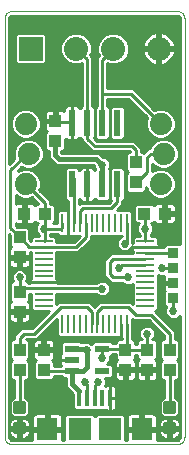
<source format=gtl>
G75*
%MOIN*%
%OFA0B0*%
%FSLAX25Y25*%
%IPPOS*%
%LPD*%
%AMOC8*
5,1,8,0,0,1.08239X$1,22.5*
%
%ADD10C,0.00000*%
%ADD11R,0.01378X0.05512*%
%ADD12R,0.07087X0.07480*%
%ADD13R,0.07480X0.07480*%
%ADD14R,0.04724X0.02165*%
%ADD15C,0.01181*%
%ADD16R,0.03937X0.04331*%
%ADD17R,0.04331X0.03937*%
%ADD18R,0.02400X0.08700*%
%ADD19R,0.05906X0.00984*%
%ADD20R,0.00984X0.05906*%
%ADD21R,0.03500X0.03200*%
%ADD22C,0.07400*%
%ADD23R,0.08000X0.08000*%
%ADD24C,0.08000*%
%ADD25C,0.01000*%
%ADD26C,0.02700*%
%ADD27C,0.01600*%
D10*
X0032595Y0027058D02*
X0032595Y0166433D01*
X0032597Y0166531D01*
X0032603Y0166629D01*
X0032612Y0166727D01*
X0032626Y0166824D01*
X0032643Y0166921D01*
X0032664Y0167017D01*
X0032689Y0167112D01*
X0032717Y0167206D01*
X0032750Y0167298D01*
X0032785Y0167390D01*
X0032825Y0167480D01*
X0032867Y0167568D01*
X0032914Y0167655D01*
X0032963Y0167739D01*
X0033016Y0167822D01*
X0033072Y0167902D01*
X0033132Y0167981D01*
X0033194Y0168057D01*
X0033259Y0168130D01*
X0033327Y0168201D01*
X0033398Y0168269D01*
X0033471Y0168334D01*
X0033547Y0168396D01*
X0033626Y0168456D01*
X0033706Y0168512D01*
X0033789Y0168565D01*
X0033873Y0168614D01*
X0033960Y0168661D01*
X0034048Y0168703D01*
X0034138Y0168743D01*
X0034230Y0168778D01*
X0034322Y0168811D01*
X0034416Y0168839D01*
X0034511Y0168864D01*
X0034607Y0168885D01*
X0034704Y0168902D01*
X0034801Y0168916D01*
X0034899Y0168925D01*
X0034997Y0168931D01*
X0035095Y0168933D01*
X0090095Y0168933D01*
X0090193Y0168931D01*
X0090291Y0168925D01*
X0090389Y0168916D01*
X0090486Y0168902D01*
X0090583Y0168885D01*
X0090679Y0168864D01*
X0090774Y0168839D01*
X0090868Y0168811D01*
X0090960Y0168778D01*
X0091052Y0168743D01*
X0091142Y0168703D01*
X0091230Y0168661D01*
X0091317Y0168614D01*
X0091401Y0168565D01*
X0091484Y0168512D01*
X0091564Y0168456D01*
X0091643Y0168396D01*
X0091719Y0168334D01*
X0091792Y0168269D01*
X0091863Y0168201D01*
X0091931Y0168130D01*
X0091996Y0168057D01*
X0092058Y0167981D01*
X0092118Y0167902D01*
X0092174Y0167822D01*
X0092227Y0167739D01*
X0092276Y0167655D01*
X0092323Y0167568D01*
X0092365Y0167480D01*
X0092405Y0167390D01*
X0092440Y0167298D01*
X0092473Y0167206D01*
X0092501Y0167112D01*
X0092526Y0167017D01*
X0092547Y0166921D01*
X0092564Y0166824D01*
X0092578Y0166727D01*
X0092587Y0166629D01*
X0092593Y0166531D01*
X0092595Y0166433D01*
X0092595Y0027058D01*
X0092593Y0026960D01*
X0092587Y0026862D01*
X0092578Y0026764D01*
X0092564Y0026667D01*
X0092547Y0026570D01*
X0092526Y0026474D01*
X0092501Y0026379D01*
X0092473Y0026285D01*
X0092440Y0026193D01*
X0092405Y0026101D01*
X0092365Y0026011D01*
X0092323Y0025923D01*
X0092276Y0025836D01*
X0092227Y0025752D01*
X0092174Y0025669D01*
X0092118Y0025589D01*
X0092058Y0025510D01*
X0091996Y0025434D01*
X0091931Y0025361D01*
X0091863Y0025290D01*
X0091792Y0025222D01*
X0091719Y0025157D01*
X0091643Y0025095D01*
X0091564Y0025035D01*
X0091484Y0024979D01*
X0091401Y0024926D01*
X0091317Y0024877D01*
X0091230Y0024830D01*
X0091142Y0024788D01*
X0091052Y0024748D01*
X0090960Y0024713D01*
X0090868Y0024680D01*
X0090774Y0024652D01*
X0090679Y0024627D01*
X0090583Y0024606D01*
X0090486Y0024589D01*
X0090389Y0024575D01*
X0090291Y0024566D01*
X0090193Y0024560D01*
X0090095Y0024558D01*
X0035095Y0024558D01*
X0034997Y0024560D01*
X0034899Y0024566D01*
X0034801Y0024575D01*
X0034704Y0024589D01*
X0034607Y0024606D01*
X0034511Y0024627D01*
X0034416Y0024652D01*
X0034322Y0024680D01*
X0034230Y0024713D01*
X0034138Y0024748D01*
X0034048Y0024788D01*
X0033960Y0024830D01*
X0033873Y0024877D01*
X0033789Y0024926D01*
X0033706Y0024979D01*
X0033626Y0025035D01*
X0033547Y0025095D01*
X0033471Y0025157D01*
X0033398Y0025222D01*
X0033327Y0025290D01*
X0033259Y0025361D01*
X0033194Y0025434D01*
X0033132Y0025510D01*
X0033072Y0025589D01*
X0033016Y0025669D01*
X0032963Y0025752D01*
X0032914Y0025836D01*
X0032867Y0025923D01*
X0032825Y0026011D01*
X0032785Y0026101D01*
X0032750Y0026193D01*
X0032717Y0026285D01*
X0032689Y0026379D01*
X0032664Y0026474D01*
X0032643Y0026570D01*
X0032626Y0026667D01*
X0032612Y0026764D01*
X0032603Y0026862D01*
X0032597Y0026960D01*
X0032595Y0027058D01*
D11*
X0057477Y0039991D03*
X0060036Y0039991D03*
X0062595Y0039991D03*
X0065154Y0039991D03*
X0067713Y0039991D03*
D12*
X0078343Y0029558D03*
X0046847Y0029558D03*
D13*
X0057595Y0029558D03*
X0067595Y0029558D03*
D14*
X0065214Y0048943D03*
X0065214Y0056423D03*
X0054977Y0056423D03*
X0054977Y0052683D03*
X0054977Y0048943D03*
D15*
X0038973Y0038139D02*
X0036217Y0038139D01*
X0038973Y0038139D02*
X0038973Y0035383D01*
X0036217Y0035383D01*
X0036217Y0038139D01*
X0036217Y0036563D02*
X0038973Y0036563D01*
X0038973Y0037743D02*
X0036217Y0037743D01*
X0036217Y0031233D02*
X0038973Y0031233D01*
X0038973Y0028477D01*
X0036217Y0028477D01*
X0036217Y0031233D01*
X0036217Y0029657D02*
X0038973Y0029657D01*
X0038973Y0030837D02*
X0036217Y0030837D01*
X0086217Y0031233D02*
X0088973Y0031233D01*
X0088973Y0028477D01*
X0086217Y0028477D01*
X0086217Y0031233D01*
X0086217Y0029657D02*
X0088973Y0029657D01*
X0088973Y0030837D02*
X0086217Y0030837D01*
X0086217Y0038139D02*
X0088973Y0038139D01*
X0088973Y0035383D01*
X0086217Y0035383D01*
X0086217Y0038139D01*
X0086217Y0036563D02*
X0088973Y0036563D01*
X0088973Y0037743D02*
X0086217Y0037743D01*
D16*
X0087595Y0049337D03*
X0087595Y0056030D03*
X0080095Y0056030D03*
X0080095Y0049337D03*
X0072908Y0049337D03*
X0072908Y0056030D03*
X0045720Y0056030D03*
X0045720Y0049337D03*
X0037595Y0049337D03*
X0037595Y0056030D03*
X0037595Y0068712D03*
X0037595Y0075405D03*
X0037595Y0086837D03*
X0037595Y0093530D03*
X0049470Y0125587D03*
X0049470Y0132280D03*
X0076345Y0118530D03*
X0076345Y0111837D03*
D17*
X0079249Y0101433D03*
X0085942Y0101433D03*
X0045942Y0101433D03*
X0039249Y0101433D03*
D18*
X0055095Y0111133D03*
X0060095Y0111133D03*
X0065095Y0111133D03*
X0070095Y0111133D03*
X0070095Y0131733D03*
X0065095Y0131733D03*
X0060095Y0131733D03*
X0055095Y0131733D03*
D19*
X0045666Y0092260D03*
X0045666Y0090291D03*
X0045666Y0088323D03*
X0045666Y0086354D03*
X0045666Y0084386D03*
X0045666Y0082417D03*
X0045666Y0080449D03*
X0045666Y0078480D03*
X0045666Y0076512D03*
X0045666Y0074543D03*
X0045666Y0072575D03*
X0045666Y0070606D03*
X0079524Y0070606D03*
X0079524Y0072575D03*
X0079524Y0074543D03*
X0079524Y0076512D03*
X0079524Y0078480D03*
X0079524Y0080449D03*
X0079524Y0082417D03*
X0079524Y0084386D03*
X0079524Y0086354D03*
X0079524Y0088323D03*
X0079524Y0090291D03*
X0079524Y0092260D03*
D20*
X0073422Y0098362D03*
X0071453Y0098362D03*
X0069485Y0098362D03*
X0067516Y0098362D03*
X0065548Y0098362D03*
X0063579Y0098362D03*
X0061611Y0098362D03*
X0059642Y0098362D03*
X0057674Y0098362D03*
X0055705Y0098362D03*
X0053737Y0098362D03*
X0051768Y0098362D03*
X0051768Y0064504D03*
X0053737Y0064504D03*
X0055705Y0064504D03*
X0057674Y0064504D03*
X0059642Y0064504D03*
X0061611Y0064504D03*
X0063579Y0064504D03*
X0065548Y0064504D03*
X0067516Y0064504D03*
X0069485Y0064504D03*
X0071453Y0064504D03*
X0073422Y0064504D03*
D21*
X0088845Y0073308D03*
X0088845Y0078308D03*
X0088845Y0083308D03*
X0088845Y0088308D03*
D22*
X0084595Y0111433D03*
X0085595Y0121433D03*
X0084595Y0131433D03*
X0040595Y0121433D03*
X0039595Y0111433D03*
X0039595Y0131433D03*
D23*
X0041270Y0156433D03*
D24*
X0056450Y0156433D03*
X0068829Y0156433D03*
X0084009Y0156433D03*
D25*
X0084509Y0156743D02*
X0091095Y0156743D01*
X0091095Y0157741D02*
X0089367Y0157741D01*
X0089373Y0157721D02*
X0089106Y0158544D01*
X0088713Y0159316D01*
X0088204Y0160016D01*
X0087592Y0160628D01*
X0086891Y0161137D01*
X0086120Y0161530D01*
X0085297Y0161798D01*
X0084509Y0161922D01*
X0084509Y0156933D01*
X0089498Y0156933D01*
X0089373Y0157721D01*
X0089006Y0158740D02*
X0091095Y0158740D01*
X0091095Y0159738D02*
X0088406Y0159738D01*
X0087443Y0160737D02*
X0091095Y0160737D01*
X0091095Y0161735D02*
X0085489Y0161735D01*
X0084509Y0161735D02*
X0083509Y0161735D01*
X0083509Y0161922D02*
X0082721Y0161798D01*
X0081897Y0161530D01*
X0081126Y0161137D01*
X0080426Y0160628D01*
X0079814Y0160016D01*
X0079305Y0159316D01*
X0078912Y0158544D01*
X0078644Y0157721D01*
X0078519Y0156933D01*
X0083509Y0156933D01*
X0083509Y0161922D01*
X0082528Y0161735D02*
X0034095Y0161735D01*
X0034095Y0160737D02*
X0035970Y0160737D01*
X0035970Y0160972D02*
X0035970Y0151895D01*
X0036732Y0151133D01*
X0045809Y0151133D01*
X0046570Y0151895D01*
X0046570Y0160972D01*
X0045809Y0161733D01*
X0036732Y0161733D01*
X0035970Y0160972D01*
X0035970Y0159738D02*
X0034095Y0159738D01*
X0034095Y0158740D02*
X0035970Y0158740D01*
X0035970Y0157741D02*
X0034095Y0157741D01*
X0034095Y0156743D02*
X0035970Y0156743D01*
X0035970Y0155744D02*
X0034095Y0155744D01*
X0034095Y0154745D02*
X0035970Y0154745D01*
X0035970Y0153747D02*
X0034095Y0153747D01*
X0034095Y0152748D02*
X0035970Y0152748D01*
X0036115Y0151750D02*
X0034095Y0151750D01*
X0034095Y0150751D02*
X0058295Y0150751D01*
X0058295Y0151461D02*
X0058295Y0137322D01*
X0057672Y0136698D01*
X0057495Y0137004D01*
X0057216Y0137283D01*
X0056874Y0137481D01*
X0056493Y0137583D01*
X0055195Y0137583D01*
X0055195Y0131833D01*
X0054995Y0131833D01*
X0054995Y0137583D01*
X0053698Y0137583D01*
X0053316Y0137481D01*
X0052974Y0137283D01*
X0052695Y0137004D01*
X0052497Y0136662D01*
X0052395Y0136281D01*
X0052395Y0135610D01*
X0052360Y0135645D01*
X0052018Y0135843D01*
X0051636Y0135945D01*
X0049954Y0135945D01*
X0049954Y0134433D01*
X0049888Y0134433D01*
X0049595Y0134140D01*
X0049595Y0132764D01*
X0048986Y0132764D01*
X0048986Y0135945D01*
X0047304Y0135945D01*
X0046923Y0135843D01*
X0046581Y0135645D01*
X0046301Y0135366D01*
X0046104Y0135024D01*
X0046002Y0134642D01*
X0046002Y0132764D01*
X0048986Y0132764D01*
X0048986Y0131795D01*
X0046002Y0131795D01*
X0046002Y0129917D01*
X0046104Y0129535D01*
X0046301Y0129193D01*
X0046581Y0128914D01*
X0046736Y0128824D01*
X0046202Y0128290D01*
X0046202Y0122883D01*
X0046963Y0122121D01*
X0047370Y0122121D01*
X0047370Y0119938D01*
X0048600Y0118708D01*
X0049850Y0117458D01*
X0062350Y0117458D01*
X0062445Y0117363D01*
X0062445Y0117156D01*
X0062821Y0116248D01*
X0062672Y0116098D01*
X0062495Y0116404D01*
X0062216Y0116683D01*
X0061874Y0116881D01*
X0061493Y0116983D01*
X0060195Y0116983D01*
X0060195Y0111233D01*
X0059995Y0111233D01*
X0059995Y0116983D01*
X0058698Y0116983D01*
X0058316Y0116881D01*
X0057974Y0116683D01*
X0057695Y0116404D01*
X0057518Y0116098D01*
X0056834Y0116783D01*
X0053357Y0116783D01*
X0052595Y0116022D01*
X0052595Y0106245D01*
X0053357Y0105483D01*
X0053905Y0105483D01*
X0053905Y0102815D01*
X0053737Y0102815D01*
X0053737Y0098362D01*
X0053737Y0093909D01*
X0054426Y0093909D01*
X0054808Y0094012D01*
X0054977Y0094109D01*
X0057726Y0094109D01*
X0055708Y0092091D01*
X0049919Y0092091D01*
X0049919Y0093290D01*
X0049157Y0094052D01*
X0047742Y0094052D01*
X0047742Y0094633D01*
X0050214Y0094633D01*
X0050738Y0094109D01*
X0052496Y0094109D01*
X0052666Y0094012D01*
X0053047Y0093909D01*
X0053737Y0093909D01*
X0053737Y0098362D01*
X0053737Y0098362D01*
X0053737Y0098362D01*
X0053737Y0102815D01*
X0053047Y0102815D01*
X0052666Y0102713D01*
X0052496Y0102615D01*
X0050738Y0102615D01*
X0049976Y0101853D01*
X0049976Y0099116D01*
X0049968Y0099108D01*
X0049968Y0098233D01*
X0048714Y0098233D01*
X0049407Y0098926D01*
X0049407Y0103940D01*
X0048645Y0104702D01*
X0047742Y0104702D01*
X0047742Y0105832D01*
X0044168Y0109406D01*
X0044595Y0110438D01*
X0044595Y0112428D01*
X0043834Y0114265D01*
X0042427Y0115672D01*
X0040590Y0116433D01*
X0038601Y0116433D01*
X0036962Y0115754D01*
X0038215Y0117007D01*
X0039601Y0116433D01*
X0041590Y0116433D01*
X0043427Y0117194D01*
X0044834Y0118601D01*
X0045595Y0120438D01*
X0045595Y0122428D01*
X0044834Y0124265D01*
X0043427Y0125672D01*
X0041590Y0126433D01*
X0039601Y0126433D01*
X0037763Y0125672D01*
X0036356Y0124265D01*
X0035595Y0122428D01*
X0035595Y0120438D01*
X0035876Y0119760D01*
X0034095Y0117979D01*
X0034095Y0166433D01*
X0034129Y0166692D01*
X0034388Y0167140D01*
X0034836Y0167399D01*
X0035095Y0167433D01*
X0090095Y0167433D01*
X0090354Y0167399D01*
X0090802Y0167140D01*
X0091061Y0166692D01*
X0091095Y0166433D01*
X0091095Y0091208D01*
X0086557Y0091208D01*
X0085795Y0090447D01*
X0085795Y0090123D01*
X0083977Y0090123D01*
X0083977Y0090291D01*
X0079524Y0090291D01*
X0075072Y0090291D01*
X0075072Y0089602D01*
X0075174Y0089220D01*
X0075272Y0089051D01*
X0075272Y0088154D01*
X0068021Y0088154D01*
X0066850Y0086983D01*
X0066850Y0086983D01*
X0065795Y0085929D01*
X0065795Y0080687D01*
X0067045Y0079437D01*
X0068100Y0078383D01*
X0071897Y0078383D01*
X0072344Y0077937D01*
X0073318Y0077533D01*
X0074372Y0077533D01*
X0075272Y0077906D01*
X0075272Y0071302D01*
X0074591Y0071983D01*
X0064350Y0071983D01*
X0062834Y0070467D01*
X0062595Y0070229D01*
X0062356Y0070467D01*
X0060841Y0071983D01*
X0050540Y0071983D01*
X0049919Y0071361D01*
X0049919Y0074712D01*
X0063069Y0074712D01*
X0063594Y0074187D01*
X0064568Y0073783D01*
X0065622Y0073783D01*
X0066596Y0074187D01*
X0067342Y0074932D01*
X0067745Y0075906D01*
X0067745Y0076960D01*
X0067342Y0077934D01*
X0066596Y0078680D01*
X0065622Y0079083D01*
X0064568Y0079083D01*
X0063594Y0078680D01*
X0063226Y0078312D01*
X0050119Y0078312D01*
X0050119Y0078480D01*
X0045666Y0078480D01*
X0041213Y0078480D01*
X0041213Y0078312D01*
X0040660Y0078312D01*
X0040102Y0078870D01*
X0039920Y0078870D01*
X0040245Y0079656D01*
X0040245Y0080710D01*
X0039842Y0081684D01*
X0039096Y0082430D01*
X0038122Y0082833D01*
X0037068Y0082833D01*
X0036094Y0082430D01*
X0035349Y0081684D01*
X0034945Y0080710D01*
X0034945Y0079656D01*
X0035271Y0078870D01*
X0035088Y0078870D01*
X0034327Y0078108D01*
X0034327Y0072701D01*
X0034861Y0072167D01*
X0034706Y0072077D01*
X0034426Y0071798D01*
X0034229Y0071456D01*
X0034127Y0071074D01*
X0034127Y0069196D01*
X0037111Y0069196D01*
X0037111Y0068227D01*
X0038079Y0068227D01*
X0038079Y0065046D01*
X0039761Y0065046D01*
X0040143Y0065148D01*
X0040485Y0065346D01*
X0040764Y0065625D01*
X0040961Y0065967D01*
X0041064Y0066349D01*
X0041064Y0068227D01*
X0038079Y0068227D01*
X0038079Y0069196D01*
X0041064Y0069196D01*
X0041064Y0071074D01*
X0040961Y0071456D01*
X0040764Y0071798D01*
X0040485Y0072077D01*
X0040330Y0072167D01*
X0040864Y0072701D01*
X0040864Y0074712D01*
X0041413Y0074712D01*
X0041413Y0069576D01*
X0042175Y0068814D01*
X0047372Y0068814D01*
X0041790Y0063233D01*
X0038247Y0063233D01*
X0036850Y0061836D01*
X0035795Y0060781D01*
X0035795Y0059495D01*
X0035088Y0059495D01*
X0034327Y0058733D01*
X0034327Y0053326D01*
X0034969Y0052683D01*
X0034327Y0052040D01*
X0034327Y0046633D01*
X0035088Y0045871D01*
X0035795Y0045871D01*
X0035795Y0040029D01*
X0035434Y0040029D01*
X0034327Y0038922D01*
X0034327Y0034600D01*
X0035434Y0033492D01*
X0039756Y0033492D01*
X0040864Y0034600D01*
X0040864Y0038922D01*
X0039756Y0040029D01*
X0039395Y0040029D01*
X0039395Y0045871D01*
X0040102Y0045871D01*
X0040864Y0046633D01*
X0040864Y0052040D01*
X0040221Y0052683D01*
X0040864Y0053326D01*
X0040864Y0058733D01*
X0040102Y0059495D01*
X0039600Y0059495D01*
X0039738Y0059633D01*
X0043282Y0059633D01*
X0044336Y0060687D01*
X0049976Y0066328D01*
X0049976Y0061013D01*
X0050738Y0060251D01*
X0070213Y0060251D01*
X0070382Y0060153D01*
X0070764Y0060051D01*
X0071453Y0060051D01*
X0071453Y0064504D01*
X0071453Y0064504D01*
X0071453Y0060051D01*
X0071622Y0060051D01*
X0071622Y0059495D01*
X0070401Y0059495D01*
X0069639Y0058733D01*
X0069639Y0058223D01*
X0068697Y0058223D01*
X0068114Y0058806D01*
X0062313Y0058806D01*
X0061572Y0058065D01*
X0060622Y0058458D01*
X0060415Y0058458D01*
X0060350Y0058523D01*
X0058160Y0058523D01*
X0057877Y0058806D01*
X0052076Y0058806D01*
X0051314Y0058044D01*
X0051314Y0054802D01*
X0051422Y0054695D01*
X0051414Y0054687D01*
X0051217Y0054345D01*
X0051114Y0053963D01*
X0051114Y0052724D01*
X0054935Y0052724D01*
X0054935Y0052642D01*
X0051114Y0052642D01*
X0051114Y0051403D01*
X0051217Y0051021D01*
X0051383Y0050733D01*
X0048989Y0050733D01*
X0048989Y0052040D01*
X0048455Y0052574D01*
X0048610Y0052664D01*
X0048889Y0052943D01*
X0049086Y0053285D01*
X0049189Y0053667D01*
X0049189Y0055545D01*
X0046204Y0055545D01*
X0046204Y0056514D01*
X0045236Y0056514D01*
X0045236Y0059695D01*
X0043554Y0059695D01*
X0043173Y0059593D01*
X0042831Y0059395D01*
X0042551Y0059116D01*
X0042354Y0058774D01*
X0042252Y0058392D01*
X0042252Y0056514D01*
X0045236Y0056514D01*
X0045236Y0055545D01*
X0042252Y0055545D01*
X0042252Y0053667D01*
X0042354Y0053285D01*
X0042551Y0052943D01*
X0042831Y0052664D01*
X0042986Y0052574D01*
X0042452Y0052040D01*
X0042452Y0046633D01*
X0043213Y0045871D01*
X0048227Y0045871D01*
X0048989Y0046633D01*
X0048989Y0047133D01*
X0051503Y0047133D01*
X0052076Y0046560D01*
X0052995Y0046560D01*
X0052995Y0043688D01*
X0054225Y0042458D01*
X0055488Y0041195D01*
X0055488Y0036697D01*
X0056250Y0035935D01*
X0058704Y0035935D01*
X0058757Y0035987D01*
X0058809Y0035935D01*
X0061264Y0035935D01*
X0061316Y0035987D01*
X0061368Y0035935D01*
X0063823Y0035935D01*
X0063875Y0035987D01*
X0063927Y0035935D01*
X0066276Y0035935D01*
X0066445Y0035837D01*
X0066827Y0035735D01*
X0067713Y0035735D01*
X0067713Y0039991D01*
X0067713Y0039991D01*
X0067713Y0035735D01*
X0068600Y0035735D01*
X0068981Y0035837D01*
X0069323Y0036035D01*
X0069603Y0036314D01*
X0069800Y0036656D01*
X0069902Y0037038D01*
X0069902Y0039991D01*
X0067713Y0039991D01*
X0067713Y0044247D01*
X0066827Y0044247D01*
X0066445Y0044145D01*
X0066276Y0044047D01*
X0066243Y0044047D01*
X0066495Y0044656D01*
X0066495Y0045710D01*
X0066143Y0046560D01*
X0068114Y0046560D01*
X0068876Y0047322D01*
X0068876Y0050564D01*
X0068114Y0051326D01*
X0066860Y0051326D01*
X0067342Y0051807D01*
X0067745Y0052781D01*
X0067745Y0053835D01*
X0067660Y0054041D01*
X0068114Y0054041D01*
X0068697Y0054623D01*
X0069639Y0054623D01*
X0069639Y0053326D01*
X0070173Y0052792D01*
X0070018Y0052702D01*
X0069739Y0052423D01*
X0069541Y0052081D01*
X0069439Y0051699D01*
X0069439Y0049821D01*
X0072423Y0049821D01*
X0072423Y0048852D01*
X0069439Y0048852D01*
X0069439Y0046974D01*
X0069541Y0046592D01*
X0069739Y0046250D01*
X0070018Y0045971D01*
X0070360Y0045773D01*
X0070742Y0045671D01*
X0072423Y0045671D01*
X0072423Y0048852D01*
X0073392Y0048852D01*
X0073392Y0045671D01*
X0075074Y0045671D01*
X0075455Y0045773D01*
X0075797Y0045971D01*
X0076076Y0046250D01*
X0076274Y0046592D01*
X0076376Y0046974D01*
X0076376Y0048852D01*
X0073392Y0048852D01*
X0073392Y0049821D01*
X0076376Y0049821D01*
X0076376Y0051699D01*
X0076274Y0052081D01*
X0076076Y0052423D01*
X0075797Y0052702D01*
X0075642Y0052792D01*
X0076176Y0053326D01*
X0076176Y0054230D01*
X0076827Y0054230D01*
X0076827Y0053326D01*
X0077361Y0052792D01*
X0077206Y0052702D01*
X0076926Y0052423D01*
X0076729Y0052081D01*
X0076627Y0051699D01*
X0076627Y0049821D01*
X0079611Y0049821D01*
X0079611Y0048852D01*
X0080579Y0048852D01*
X0080579Y0045671D01*
X0082261Y0045671D01*
X0082643Y0045773D01*
X0082985Y0045971D01*
X0083264Y0046250D01*
X0083461Y0046592D01*
X0083564Y0046974D01*
X0083564Y0048852D01*
X0080579Y0048852D01*
X0080579Y0049821D01*
X0083564Y0049821D01*
X0083564Y0051699D01*
X0083461Y0052081D01*
X0083264Y0052423D01*
X0082985Y0052702D01*
X0082830Y0052792D01*
X0083364Y0053326D01*
X0083364Y0058733D01*
X0082602Y0059495D01*
X0081905Y0059495D01*
X0082342Y0059932D01*
X0082745Y0060906D01*
X0082745Y0061960D01*
X0082342Y0062934D01*
X0081596Y0063680D01*
X0080622Y0064083D01*
X0079568Y0064083D01*
X0078594Y0063680D01*
X0077849Y0062934D01*
X0077445Y0061960D01*
X0077445Y0060906D01*
X0077849Y0059932D01*
X0078286Y0059495D01*
X0077588Y0059495D01*
X0076827Y0058733D01*
X0076827Y0057830D01*
X0076176Y0057830D01*
X0076176Y0058733D01*
X0075415Y0059495D01*
X0075222Y0059495D01*
X0075222Y0065250D01*
X0075214Y0065257D01*
X0075214Y0066269D01*
X0075600Y0065883D01*
X0080600Y0065883D01*
X0085795Y0060687D01*
X0085795Y0059495D01*
X0085088Y0059495D01*
X0084327Y0058733D01*
X0084327Y0053326D01*
X0084969Y0052683D01*
X0084327Y0052040D01*
X0084327Y0046633D01*
X0085088Y0045871D01*
X0085795Y0045871D01*
X0085795Y0040029D01*
X0085434Y0040029D01*
X0084327Y0038922D01*
X0084327Y0034600D01*
X0085434Y0033492D01*
X0089756Y0033492D01*
X0090864Y0034600D01*
X0090864Y0038922D01*
X0089756Y0040029D01*
X0089395Y0040029D01*
X0089395Y0045871D01*
X0090102Y0045871D01*
X0090864Y0046633D01*
X0090864Y0052040D01*
X0090221Y0052683D01*
X0090864Y0053326D01*
X0090864Y0058733D01*
X0090102Y0059495D01*
X0089395Y0059495D01*
X0089395Y0062179D01*
X0088341Y0063233D01*
X0082760Y0068814D01*
X0083016Y0068814D01*
X0083777Y0069576D01*
X0083777Y0080986D01*
X0084568Y0080658D01*
X0085622Y0080658D01*
X0085851Y0080753D01*
X0085697Y0080487D01*
X0085595Y0080106D01*
X0085595Y0078608D01*
X0088545Y0078608D01*
X0088545Y0078008D01*
X0085595Y0078008D01*
X0085595Y0076511D01*
X0085697Y0076129D01*
X0085895Y0075787D01*
X0086015Y0075667D01*
X0085795Y0075447D01*
X0085795Y0071170D01*
X0086557Y0070408D01*
X0086588Y0070408D01*
X0086195Y0069460D01*
X0086195Y0068406D01*
X0086599Y0067432D01*
X0087344Y0066687D01*
X0088318Y0066283D01*
X0089372Y0066283D01*
X0090346Y0066687D01*
X0091092Y0067432D01*
X0091095Y0067440D01*
X0091095Y0027058D01*
X0091061Y0026799D01*
X0090802Y0026351D01*
X0090354Y0026092D01*
X0090095Y0026058D01*
X0083386Y0026058D01*
X0083386Y0029058D01*
X0078843Y0029058D01*
X0078843Y0030058D01*
X0077843Y0030058D01*
X0077843Y0029058D01*
X0073300Y0029058D01*
X0073300Y0026058D01*
X0072635Y0026058D01*
X0072635Y0033837D01*
X0071874Y0034598D01*
X0063316Y0034598D01*
X0062595Y0033877D01*
X0061874Y0034598D01*
X0053316Y0034598D01*
X0052555Y0033837D01*
X0052555Y0026058D01*
X0051890Y0026058D01*
X0051890Y0029058D01*
X0047347Y0029058D01*
X0047347Y0030058D01*
X0046347Y0030058D01*
X0046347Y0029058D01*
X0041804Y0029058D01*
X0041804Y0026058D01*
X0035095Y0026058D01*
X0034836Y0026092D01*
X0034388Y0026351D01*
X0034129Y0026799D01*
X0034095Y0027058D01*
X0034095Y0094484D01*
X0034327Y0094252D01*
X0034327Y0090826D01*
X0034861Y0090292D01*
X0034706Y0090202D01*
X0034426Y0089923D01*
X0034229Y0089581D01*
X0034127Y0089199D01*
X0034127Y0087321D01*
X0037111Y0087321D01*
X0037111Y0086352D01*
X0038079Y0086352D01*
X0038079Y0083171D01*
X0039761Y0083171D01*
X0040143Y0083273D01*
X0040485Y0083471D01*
X0040764Y0083750D01*
X0040961Y0084092D01*
X0041064Y0084474D01*
X0041064Y0086352D01*
X0038079Y0086352D01*
X0038079Y0087321D01*
X0041064Y0087321D01*
X0041064Y0088491D01*
X0041413Y0088491D01*
X0041413Y0079721D01*
X0041315Y0079551D01*
X0041213Y0079170D01*
X0041213Y0078480D01*
X0045666Y0078480D01*
X0045666Y0078480D01*
X0045666Y0078480D01*
X0050119Y0078480D01*
X0050119Y0079170D01*
X0050017Y0079551D01*
X0049919Y0079721D01*
X0049919Y0088491D01*
X0057199Y0088491D01*
X0058253Y0089546D01*
X0061442Y0092735D01*
X0061442Y0094109D01*
X0071622Y0094109D01*
X0071622Y0093898D01*
X0071094Y0093680D01*
X0070349Y0092934D01*
X0069945Y0091960D01*
X0069945Y0090906D01*
X0070349Y0089932D01*
X0071094Y0089187D01*
X0072068Y0088783D01*
X0073122Y0088783D01*
X0074096Y0089187D01*
X0074842Y0089932D01*
X0075072Y0090487D01*
X0075072Y0090291D01*
X0079524Y0090291D01*
X0079524Y0090291D01*
X0079524Y0090291D01*
X0083977Y0090291D01*
X0083977Y0090981D01*
X0083875Y0091362D01*
X0083777Y0091532D01*
X0083777Y0093290D01*
X0083016Y0094052D01*
X0081324Y0094052D01*
X0081324Y0094540D01*
X0081717Y0094932D01*
X0082120Y0095906D01*
X0082120Y0096960D01*
X0081717Y0097934D01*
X0081486Y0098165D01*
X0081953Y0098165D01*
X0082486Y0098699D01*
X0082576Y0098544D01*
X0082855Y0098264D01*
X0083197Y0098067D01*
X0083579Y0097965D01*
X0085457Y0097965D01*
X0085457Y0100949D01*
X0086426Y0100949D01*
X0086426Y0101917D01*
X0089607Y0101917D01*
X0089607Y0103599D01*
X0089505Y0103981D01*
X0089307Y0104323D01*
X0089028Y0104602D01*
X0088686Y0104799D01*
X0088304Y0104902D01*
X0086426Y0104902D01*
X0086426Y0101917D01*
X0085457Y0101917D01*
X0085457Y0104902D01*
X0083579Y0104902D01*
X0083197Y0104799D01*
X0082855Y0104602D01*
X0082576Y0104323D01*
X0082486Y0104168D01*
X0081953Y0104702D01*
X0076545Y0104702D01*
X0075783Y0103940D01*
X0075783Y0098926D01*
X0076545Y0098165D01*
X0077454Y0098165D01*
X0077224Y0097934D01*
X0076820Y0096960D01*
X0076820Y0095906D01*
X0077224Y0094932D01*
X0077724Y0094431D01*
X0077724Y0094052D01*
X0076033Y0094052D01*
X0075272Y0093290D01*
X0075272Y0091532D01*
X0075245Y0091486D01*
X0075245Y0091960D01*
X0075222Y0092016D01*
X0075222Y0099108D01*
X0075214Y0099116D01*
X0075214Y0101853D01*
X0074453Y0102615D01*
X0070073Y0102615D01*
X0071895Y0104437D01*
X0071895Y0105545D01*
X0072595Y0106245D01*
X0072595Y0116022D01*
X0071834Y0116783D01*
X0068357Y0116783D01*
X0067595Y0116022D01*
X0067369Y0116248D01*
X0067745Y0117156D01*
X0067745Y0118210D01*
X0067342Y0119184D01*
X0066596Y0119930D01*
X0065622Y0120333D01*
X0065415Y0120333D01*
X0065320Y0120428D01*
X0064090Y0121658D01*
X0051590Y0121658D01*
X0051570Y0121678D01*
X0051570Y0122121D01*
X0051977Y0122121D01*
X0052739Y0122883D01*
X0052739Y0126418D01*
X0052974Y0126183D01*
X0053316Y0125985D01*
X0053698Y0125883D01*
X0054995Y0125883D01*
X0054995Y0131633D01*
X0055195Y0131633D01*
X0055195Y0125883D01*
X0056493Y0125883D01*
X0056874Y0125985D01*
X0057216Y0126183D01*
X0057495Y0126462D01*
X0057672Y0126768D01*
X0058295Y0126145D01*
X0058295Y0125687D01*
X0060795Y0123187D01*
X0061850Y0122133D01*
X0074350Y0122133D01*
X0074488Y0121995D01*
X0073838Y0121995D01*
X0073077Y0121233D01*
X0073077Y0115826D01*
X0073719Y0115183D01*
X0073077Y0114540D01*
X0073077Y0109133D01*
X0073838Y0108371D01*
X0078852Y0108371D01*
X0079614Y0109133D01*
X0079614Y0110394D01*
X0080356Y0108601D01*
X0081763Y0107194D01*
X0083601Y0106433D01*
X0085590Y0106433D01*
X0087427Y0107194D01*
X0088834Y0108601D01*
X0089595Y0110438D01*
X0089595Y0112428D01*
X0088834Y0114265D01*
X0087427Y0115672D01*
X0085590Y0116433D01*
X0083601Y0116433D01*
X0081895Y0115727D01*
X0081895Y0118062D01*
X0082763Y0117194D01*
X0084601Y0116433D01*
X0086590Y0116433D01*
X0088427Y0117194D01*
X0089834Y0118601D01*
X0090595Y0120438D01*
X0090595Y0122428D01*
X0089834Y0124265D01*
X0088427Y0125672D01*
X0086590Y0126433D01*
X0084601Y0126433D01*
X0082763Y0125672D01*
X0081356Y0124265D01*
X0080929Y0123233D01*
X0080600Y0123233D01*
X0079545Y0122179D01*
X0079107Y0121740D01*
X0078852Y0121995D01*
X0078145Y0121995D01*
X0078145Y0123429D01*
X0076895Y0124679D01*
X0075841Y0125733D01*
X0063341Y0125733D01*
X0062412Y0126662D01*
X0062595Y0126845D01*
X0063357Y0126083D01*
X0066834Y0126083D01*
X0067595Y0126845D01*
X0067595Y0136622D01*
X0066895Y0137322D01*
X0066895Y0139633D01*
X0073850Y0139633D01*
X0080023Y0133460D01*
X0079595Y0132428D01*
X0079595Y0130438D01*
X0080356Y0128601D01*
X0081763Y0127194D01*
X0083601Y0126433D01*
X0085590Y0126433D01*
X0087427Y0127194D01*
X0088834Y0128601D01*
X0089595Y0130438D01*
X0089595Y0132428D01*
X0088834Y0134265D01*
X0087427Y0135672D01*
X0085590Y0136433D01*
X0083601Y0136433D01*
X0082568Y0136005D01*
X0075341Y0143233D01*
X0066895Y0143233D01*
X0066895Y0151498D01*
X0067775Y0151133D01*
X0069883Y0151133D01*
X0071831Y0151940D01*
X0073322Y0153431D01*
X0074129Y0155379D01*
X0074129Y0157487D01*
X0073322Y0159435D01*
X0071831Y0160926D01*
X0069883Y0161733D01*
X0067775Y0161733D01*
X0065827Y0160926D01*
X0064336Y0159435D01*
X0063529Y0157487D01*
X0063529Y0155379D01*
X0064027Y0154177D01*
X0063295Y0153445D01*
X0063295Y0137322D01*
X0062595Y0136622D01*
X0062595Y0126845D01*
X0062595Y0136622D01*
X0061895Y0137322D01*
X0061895Y0153533D01*
X0061252Y0154177D01*
X0061750Y0155379D01*
X0061750Y0157487D01*
X0060943Y0159435D01*
X0059452Y0160926D01*
X0057504Y0161733D01*
X0055395Y0161733D01*
X0053447Y0160926D01*
X0051957Y0159435D01*
X0051150Y0157487D01*
X0051150Y0155379D01*
X0051957Y0153431D01*
X0053447Y0151940D01*
X0055395Y0151133D01*
X0057504Y0151133D01*
X0058295Y0151461D01*
X0058295Y0149753D02*
X0034095Y0149753D01*
X0034095Y0148754D02*
X0058295Y0148754D01*
X0058295Y0147756D02*
X0034095Y0147756D01*
X0034095Y0146757D02*
X0058295Y0146757D01*
X0058295Y0145759D02*
X0034095Y0145759D01*
X0034095Y0144760D02*
X0058295Y0144760D01*
X0058295Y0143762D02*
X0034095Y0143762D01*
X0034095Y0142763D02*
X0058295Y0142763D01*
X0058295Y0141765D02*
X0034095Y0141765D01*
X0034095Y0140766D02*
X0058295Y0140766D01*
X0058295Y0139768D02*
X0034095Y0139768D01*
X0034095Y0138769D02*
X0058295Y0138769D01*
X0058295Y0137771D02*
X0034095Y0137771D01*
X0034095Y0136772D02*
X0052561Y0136772D01*
X0052395Y0135774D02*
X0052137Y0135774D01*
X0049954Y0135774D02*
X0048986Y0135774D01*
X0048986Y0134775D02*
X0049954Y0134775D01*
X0049595Y0133777D02*
X0048986Y0133777D01*
X0048986Y0132778D02*
X0049595Y0132778D01*
X0049470Y0132058D02*
X0055095Y0132058D01*
X0054995Y0132778D02*
X0055195Y0132778D01*
X0055195Y0133777D02*
X0054995Y0133777D01*
X0054995Y0134775D02*
X0055195Y0134775D01*
X0055195Y0135774D02*
X0054995Y0135774D01*
X0054995Y0136772D02*
X0055195Y0136772D01*
X0057629Y0136772D02*
X0057746Y0136772D01*
X0060095Y0131733D02*
X0060095Y0126433D01*
X0062595Y0123933D01*
X0075095Y0123933D01*
X0076345Y0122683D01*
X0076345Y0118530D01*
X0073638Y0121795D02*
X0051570Y0121795D01*
X0052649Y0122793D02*
X0061189Y0122793D01*
X0060191Y0123792D02*
X0052739Y0123792D01*
X0052739Y0124790D02*
X0059192Y0124790D01*
X0058295Y0125789D02*
X0052739Y0125789D01*
X0054995Y0126787D02*
X0055195Y0126787D01*
X0055195Y0127786D02*
X0054995Y0127786D01*
X0054995Y0128784D02*
X0055195Y0128784D01*
X0055195Y0129783D02*
X0054995Y0129783D01*
X0054995Y0130781D02*
X0055195Y0130781D01*
X0060095Y0131733D02*
X0060095Y0152788D01*
X0056450Y0156433D01*
X0052639Y0152748D02*
X0046570Y0152748D01*
X0046570Y0153747D02*
X0051826Y0153747D01*
X0051412Y0154745D02*
X0046570Y0154745D01*
X0046570Y0155744D02*
X0051150Y0155744D01*
X0051150Y0156743D02*
X0046570Y0156743D01*
X0046570Y0157741D02*
X0051255Y0157741D01*
X0051668Y0158740D02*
X0046570Y0158740D01*
X0046570Y0159738D02*
X0052259Y0159738D01*
X0053258Y0160737D02*
X0046570Y0160737D01*
X0046426Y0151750D02*
X0053906Y0151750D01*
X0059641Y0160737D02*
X0065637Y0160737D01*
X0064639Y0159738D02*
X0060640Y0159738D01*
X0061231Y0158740D02*
X0064048Y0158740D01*
X0063634Y0157741D02*
X0061645Y0157741D01*
X0061750Y0156743D02*
X0063529Y0156743D01*
X0063529Y0155744D02*
X0061750Y0155744D01*
X0061487Y0154745D02*
X0063792Y0154745D01*
X0063598Y0153747D02*
X0061681Y0153747D01*
X0061895Y0152748D02*
X0063295Y0152748D01*
X0063295Y0151750D02*
X0061895Y0151750D01*
X0061895Y0150751D02*
X0063295Y0150751D01*
X0063295Y0149753D02*
X0061895Y0149753D01*
X0061895Y0148754D02*
X0063295Y0148754D01*
X0063295Y0147756D02*
X0061895Y0147756D01*
X0061895Y0146757D02*
X0063295Y0146757D01*
X0063295Y0145759D02*
X0061895Y0145759D01*
X0061895Y0144760D02*
X0063295Y0144760D01*
X0063295Y0143762D02*
X0061895Y0143762D01*
X0061895Y0142763D02*
X0063295Y0142763D01*
X0063295Y0141765D02*
X0061895Y0141765D01*
X0061895Y0140766D02*
X0063295Y0140766D01*
X0063295Y0139768D02*
X0061895Y0139768D01*
X0061895Y0138769D02*
X0063295Y0138769D01*
X0063295Y0137771D02*
X0061895Y0137771D01*
X0062444Y0136772D02*
X0062746Y0136772D01*
X0062595Y0135774D02*
X0062595Y0135774D01*
X0062595Y0134775D02*
X0062595Y0134775D01*
X0062595Y0133777D02*
X0062595Y0133777D01*
X0062595Y0132778D02*
X0062595Y0132778D01*
X0062595Y0131780D02*
X0062595Y0131780D01*
X0062595Y0130781D02*
X0062595Y0130781D01*
X0062595Y0129783D02*
X0062595Y0129783D01*
X0062595Y0128784D02*
X0062595Y0128784D01*
X0062595Y0127786D02*
X0062595Y0127786D01*
X0062538Y0126787D02*
X0062653Y0126787D01*
X0063285Y0125789D02*
X0083045Y0125789D01*
X0082746Y0126787D02*
X0072538Y0126787D01*
X0072595Y0126845D02*
X0071834Y0126083D01*
X0068357Y0126083D01*
X0067595Y0126845D01*
X0067595Y0136622D01*
X0068357Y0137383D01*
X0071834Y0137383D01*
X0072595Y0136622D01*
X0072595Y0126845D01*
X0072595Y0127786D02*
X0081171Y0127786D01*
X0080280Y0128784D02*
X0072595Y0128784D01*
X0072595Y0129783D02*
X0079867Y0129783D01*
X0079595Y0130781D02*
X0072595Y0130781D01*
X0072595Y0131780D02*
X0079595Y0131780D01*
X0079740Y0132778D02*
X0072595Y0132778D01*
X0072595Y0133777D02*
X0079706Y0133777D01*
X0078707Y0134775D02*
X0072595Y0134775D01*
X0072595Y0135774D02*
X0077709Y0135774D01*
X0076710Y0136772D02*
X0072444Y0136772D01*
X0074713Y0138769D02*
X0066895Y0138769D01*
X0066895Y0137771D02*
X0075712Y0137771D01*
X0077807Y0140766D02*
X0091095Y0140766D01*
X0091095Y0139768D02*
X0078806Y0139768D01*
X0079804Y0138769D02*
X0091095Y0138769D01*
X0091095Y0137771D02*
X0080803Y0137771D01*
X0081801Y0136772D02*
X0091095Y0136772D01*
X0091095Y0135774D02*
X0087181Y0135774D01*
X0088324Y0134775D02*
X0091095Y0134775D01*
X0091095Y0133777D02*
X0089036Y0133777D01*
X0089450Y0132778D02*
X0091095Y0132778D01*
X0091095Y0131780D02*
X0089595Y0131780D01*
X0089595Y0130781D02*
X0091095Y0130781D01*
X0091095Y0129783D02*
X0089323Y0129783D01*
X0088910Y0128784D02*
X0091095Y0128784D01*
X0091095Y0127786D02*
X0088019Y0127786D01*
X0086445Y0126787D02*
X0091095Y0126787D01*
X0091095Y0125789D02*
X0088145Y0125789D01*
X0089309Y0124790D02*
X0091095Y0124790D01*
X0091095Y0123792D02*
X0090030Y0123792D01*
X0090444Y0122793D02*
X0091095Y0122793D01*
X0091095Y0121795D02*
X0090595Y0121795D01*
X0090595Y0120796D02*
X0091095Y0120796D01*
X0091095Y0119798D02*
X0090330Y0119798D01*
X0089916Y0118799D02*
X0091095Y0118799D01*
X0091095Y0117801D02*
X0089034Y0117801D01*
X0087481Y0116802D02*
X0091095Y0116802D01*
X0091095Y0115804D02*
X0087109Y0115804D01*
X0088294Y0114805D02*
X0091095Y0114805D01*
X0091095Y0113807D02*
X0089024Y0113807D01*
X0089438Y0112808D02*
X0091095Y0112808D01*
X0091095Y0111810D02*
X0089595Y0111810D01*
X0089595Y0110811D02*
X0091095Y0110811D01*
X0091095Y0109812D02*
X0089336Y0109812D01*
X0088922Y0108814D02*
X0091095Y0108814D01*
X0091095Y0107815D02*
X0088049Y0107815D01*
X0086516Y0106817D02*
X0091095Y0106817D01*
X0091095Y0105818D02*
X0072169Y0105818D01*
X0071895Y0104820D02*
X0083274Y0104820D01*
X0082674Y0106817D02*
X0072595Y0106817D01*
X0072595Y0107815D02*
X0081142Y0107815D01*
X0080268Y0108814D02*
X0079295Y0108814D01*
X0079614Y0109812D02*
X0079854Y0109812D01*
X0076749Y0111837D02*
X0080095Y0115183D01*
X0080095Y0120183D01*
X0081345Y0121433D01*
X0085595Y0121433D01*
X0083710Y0116802D02*
X0081895Y0116802D01*
X0081895Y0115804D02*
X0082081Y0115804D01*
X0082157Y0117801D02*
X0081895Y0117801D01*
X0080160Y0122793D02*
X0078145Y0122793D01*
X0077782Y0123792D02*
X0081160Y0123792D01*
X0081881Y0124790D02*
X0076784Y0124790D01*
X0079052Y0121795D02*
X0079161Y0121795D01*
X0073077Y0120796D02*
X0064952Y0120796D01*
X0066728Y0119798D02*
X0073077Y0119798D01*
X0073077Y0118799D02*
X0067501Y0118799D01*
X0067745Y0117801D02*
X0073077Y0117801D01*
X0073077Y0116802D02*
X0067599Y0116802D01*
X0067595Y0116022D02*
X0067595Y0106245D01*
X0066834Y0105483D01*
X0063357Y0105483D01*
X0062672Y0106168D01*
X0062495Y0105862D01*
X0062216Y0105583D01*
X0061874Y0105385D01*
X0061493Y0105283D01*
X0060195Y0105283D01*
X0060195Y0111033D01*
X0059995Y0111033D01*
X0059995Y0105283D01*
X0058698Y0105283D01*
X0058316Y0105385D01*
X0057974Y0105583D01*
X0057695Y0105862D01*
X0057518Y0106168D01*
X0057505Y0106155D01*
X0057505Y0104514D01*
X0058100Y0105108D01*
X0067475Y0105108D01*
X0068103Y0105737D01*
X0067595Y0106245D01*
X0067595Y0116022D01*
X0067595Y0115804D02*
X0067595Y0115804D01*
X0067595Y0114805D02*
X0067595Y0114805D01*
X0067595Y0113807D02*
X0067595Y0113807D01*
X0067595Y0112808D02*
X0067595Y0112808D01*
X0067595Y0111810D02*
X0067595Y0111810D01*
X0067595Y0110811D02*
X0067595Y0110811D01*
X0067595Y0109812D02*
X0067595Y0109812D01*
X0067595Y0108814D02*
X0067595Y0108814D01*
X0067595Y0107815D02*
X0067595Y0107815D01*
X0067595Y0106817D02*
X0067595Y0106817D01*
X0067169Y0105818D02*
X0068021Y0105818D01*
X0070095Y0105183D02*
X0068220Y0103308D01*
X0058845Y0103308D01*
X0057674Y0102137D01*
X0057674Y0098362D01*
X0059642Y0098362D02*
X0059642Y0093480D01*
X0056453Y0090291D01*
X0045666Y0090291D01*
X0040833Y0090291D01*
X0037595Y0093530D01*
X0034470Y0096655D01*
X0034470Y0115808D01*
X0040095Y0121433D01*
X0040595Y0121433D01*
X0038710Y0116802D02*
X0038010Y0116802D01*
X0037081Y0115804D02*
X0037011Y0115804D01*
X0034916Y0118799D02*
X0034095Y0118799D01*
X0034095Y0119798D02*
X0035861Y0119798D01*
X0035595Y0120796D02*
X0034095Y0120796D01*
X0034095Y0121795D02*
X0035595Y0121795D01*
X0035747Y0122793D02*
X0034095Y0122793D01*
X0034095Y0123792D02*
X0036160Y0123792D01*
X0036881Y0124790D02*
X0034095Y0124790D01*
X0034095Y0125789D02*
X0038045Y0125789D01*
X0038601Y0126433D02*
X0036763Y0127194D01*
X0035356Y0128601D01*
X0034595Y0130438D01*
X0034595Y0132428D01*
X0035356Y0134265D01*
X0036763Y0135672D01*
X0038601Y0136433D01*
X0040590Y0136433D01*
X0042427Y0135672D01*
X0043834Y0134265D01*
X0044595Y0132428D01*
X0044595Y0130438D01*
X0043834Y0128601D01*
X0042427Y0127194D01*
X0040590Y0126433D01*
X0038601Y0126433D01*
X0037746Y0126787D02*
X0034095Y0126787D01*
X0034095Y0127786D02*
X0036171Y0127786D01*
X0035280Y0128784D02*
X0034095Y0128784D01*
X0034095Y0129783D02*
X0034867Y0129783D01*
X0034595Y0130781D02*
X0034095Y0130781D01*
X0034095Y0131780D02*
X0034595Y0131780D01*
X0034740Y0132778D02*
X0034095Y0132778D01*
X0034095Y0133777D02*
X0035154Y0133777D01*
X0035866Y0134775D02*
X0034095Y0134775D01*
X0034095Y0135774D02*
X0037009Y0135774D01*
X0042181Y0135774D02*
X0046803Y0135774D01*
X0046037Y0134775D02*
X0043324Y0134775D01*
X0044036Y0133777D02*
X0046002Y0133777D01*
X0046002Y0132778D02*
X0044450Y0132778D01*
X0044595Y0131780D02*
X0046002Y0131780D01*
X0046002Y0130781D02*
X0044595Y0130781D01*
X0044323Y0129783D02*
X0046038Y0129783D01*
X0046695Y0128784D02*
X0043910Y0128784D01*
X0043019Y0127786D02*
X0046202Y0127786D01*
X0046202Y0126787D02*
X0041445Y0126787D01*
X0043145Y0125789D02*
X0046202Y0125789D01*
X0046202Y0124790D02*
X0044309Y0124790D01*
X0045030Y0123792D02*
X0046202Y0123792D01*
X0046291Y0122793D02*
X0045444Y0122793D01*
X0045595Y0121795D02*
X0047370Y0121795D01*
X0047370Y0120796D02*
X0045595Y0120796D01*
X0045330Y0119798D02*
X0047511Y0119798D01*
X0048509Y0118799D02*
X0044916Y0118799D01*
X0044034Y0117801D02*
X0049508Y0117801D01*
X0052595Y0115804D02*
X0042109Y0115804D01*
X0042481Y0116802D02*
X0058180Y0116802D01*
X0059995Y0116802D02*
X0060195Y0116802D01*
X0060195Y0115804D02*
X0059995Y0115804D01*
X0059995Y0114805D02*
X0060195Y0114805D01*
X0060195Y0113807D02*
X0059995Y0113807D01*
X0059995Y0112808D02*
X0060195Y0112808D01*
X0060195Y0111810D02*
X0059995Y0111810D01*
X0059995Y0110811D02*
X0060195Y0110811D01*
X0060195Y0109812D02*
X0059995Y0109812D01*
X0059995Y0108814D02*
X0060195Y0108814D01*
X0060195Y0107815D02*
X0059995Y0107815D01*
X0059995Y0106817D02*
X0060195Y0106817D01*
X0060195Y0105818D02*
X0059995Y0105818D01*
X0057738Y0105818D02*
X0057505Y0105818D01*
X0057505Y0104820D02*
X0057811Y0104820D01*
X0053905Y0104820D02*
X0047742Y0104820D01*
X0047742Y0105818D02*
X0053021Y0105818D01*
X0052595Y0106817D02*
X0046757Y0106817D01*
X0045758Y0107815D02*
X0052595Y0107815D01*
X0052595Y0108814D02*
X0044760Y0108814D01*
X0044336Y0109812D02*
X0052595Y0109812D01*
X0052595Y0110811D02*
X0044595Y0110811D01*
X0044595Y0111810D02*
X0052595Y0111810D01*
X0052595Y0112808D02*
X0044438Y0112808D01*
X0044024Y0113807D02*
X0052595Y0113807D01*
X0052595Y0114805D02*
X0043294Y0114805D01*
X0039595Y0111433D02*
X0045942Y0105087D01*
X0045942Y0101433D01*
X0045942Y0096433D01*
X0045720Y0096433D01*
X0051567Y0096433D01*
X0051768Y0096635D01*
X0051768Y0098362D01*
X0049968Y0098829D02*
X0049310Y0098829D01*
X0049407Y0099827D02*
X0049976Y0099827D01*
X0049976Y0100826D02*
X0049407Y0100826D01*
X0049407Y0101824D02*
X0049976Y0101824D01*
X0049407Y0102823D02*
X0053905Y0102823D01*
X0053905Y0103821D02*
X0049407Y0103821D01*
X0053737Y0101824D02*
X0053737Y0101824D01*
X0053737Y0100826D02*
X0053737Y0100826D01*
X0053737Y0099827D02*
X0053737Y0099827D01*
X0053737Y0098829D02*
X0053737Y0098829D01*
X0053737Y0097830D02*
X0053737Y0097830D01*
X0053737Y0096832D02*
X0053737Y0096832D01*
X0053737Y0095833D02*
X0053737Y0095833D01*
X0053737Y0094835D02*
X0053737Y0094835D01*
X0055705Y0098362D02*
X0055705Y0113323D01*
X0055095Y0113933D01*
X0055095Y0111133D01*
X0062011Y0116802D02*
X0062592Y0116802D01*
X0067538Y0126787D02*
X0067653Y0126787D01*
X0067595Y0127786D02*
X0067595Y0127786D01*
X0067595Y0128784D02*
X0067595Y0128784D01*
X0067595Y0129783D02*
X0067595Y0129783D01*
X0067595Y0130781D02*
X0067595Y0130781D01*
X0067595Y0131780D02*
X0067595Y0131780D01*
X0067595Y0132778D02*
X0067595Y0132778D01*
X0067595Y0133777D02*
X0067595Y0133777D01*
X0067595Y0134775D02*
X0067595Y0134775D01*
X0067595Y0135774D02*
X0067595Y0135774D01*
X0067444Y0136772D02*
X0067746Y0136772D01*
X0065095Y0141433D02*
X0065095Y0152699D01*
X0068829Y0156433D01*
X0072021Y0160737D02*
X0080575Y0160737D01*
X0079612Y0159738D02*
X0073020Y0159738D01*
X0073610Y0158740D02*
X0079011Y0158740D01*
X0078651Y0157741D02*
X0074024Y0157741D01*
X0074129Y0156743D02*
X0083509Y0156743D01*
X0083509Y0156933D02*
X0083509Y0155933D01*
X0084509Y0155933D01*
X0084509Y0156933D01*
X0083509Y0156933D01*
X0083509Y0157741D02*
X0084509Y0157741D01*
X0084509Y0158740D02*
X0083509Y0158740D01*
X0083509Y0159738D02*
X0084509Y0159738D01*
X0084509Y0160737D02*
X0083509Y0160737D01*
X0083509Y0155933D02*
X0078519Y0155933D01*
X0078644Y0155145D01*
X0078912Y0154322D01*
X0079305Y0153550D01*
X0079814Y0152850D01*
X0080426Y0152238D01*
X0081126Y0151729D01*
X0081897Y0151336D01*
X0082721Y0151069D01*
X0083509Y0150944D01*
X0083509Y0155933D01*
X0083509Y0155744D02*
X0084509Y0155744D01*
X0084509Y0155933D02*
X0084509Y0150944D01*
X0085297Y0151069D01*
X0086120Y0151336D01*
X0086891Y0151729D01*
X0087592Y0152238D01*
X0088204Y0152850D01*
X0088713Y0153550D01*
X0089106Y0154322D01*
X0089373Y0155145D01*
X0089498Y0155933D01*
X0084509Y0155933D01*
X0084509Y0154745D02*
X0083509Y0154745D01*
X0083509Y0153747D02*
X0084509Y0153747D01*
X0084509Y0152748D02*
X0083509Y0152748D01*
X0083509Y0151750D02*
X0084509Y0151750D01*
X0086920Y0151750D02*
X0091095Y0151750D01*
X0091095Y0152748D02*
X0088102Y0152748D01*
X0088813Y0153747D02*
X0091095Y0153747D01*
X0091095Y0154745D02*
X0089243Y0154745D01*
X0089468Y0155744D02*
X0091095Y0155744D01*
X0091095Y0150751D02*
X0066895Y0150751D01*
X0066895Y0149753D02*
X0091095Y0149753D01*
X0091095Y0148754D02*
X0066895Y0148754D01*
X0066895Y0147756D02*
X0091095Y0147756D01*
X0091095Y0146757D02*
X0066895Y0146757D01*
X0066895Y0145759D02*
X0091095Y0145759D01*
X0091095Y0144760D02*
X0066895Y0144760D01*
X0066895Y0143762D02*
X0091095Y0143762D01*
X0091095Y0142763D02*
X0075810Y0142763D01*
X0076809Y0141765D02*
X0091095Y0141765D01*
X0084595Y0131433D02*
X0074595Y0141433D01*
X0065095Y0141433D01*
X0065095Y0131733D01*
X0072595Y0115804D02*
X0073099Y0115804D01*
X0073341Y0114805D02*
X0072595Y0114805D01*
X0072595Y0113807D02*
X0073077Y0113807D01*
X0073077Y0112808D02*
X0072595Y0112808D01*
X0072595Y0111810D02*
X0073077Y0111810D01*
X0073077Y0110811D02*
X0072595Y0110811D01*
X0072595Y0109812D02*
X0073077Y0109812D01*
X0073395Y0108814D02*
X0072595Y0108814D01*
X0070095Y0111133D02*
X0070095Y0105183D01*
X0071279Y0103821D02*
X0075783Y0103821D01*
X0075783Y0102823D02*
X0070281Y0102823D01*
X0073422Y0098362D02*
X0073422Y0092260D01*
X0072595Y0091433D01*
X0071472Y0093836D02*
X0061442Y0093836D01*
X0061442Y0092838D02*
X0070309Y0092838D01*
X0069945Y0091839D02*
X0060547Y0091839D01*
X0059548Y0090841D02*
X0069972Y0090841D01*
X0070438Y0089842D02*
X0058550Y0089842D01*
X0057551Y0088844D02*
X0071922Y0088844D01*
X0073269Y0088844D02*
X0075272Y0088844D01*
X0075072Y0089842D02*
X0074752Y0089842D01*
X0075245Y0091839D02*
X0075272Y0091839D01*
X0075272Y0092838D02*
X0075222Y0092838D01*
X0075222Y0093836D02*
X0075817Y0093836D01*
X0075222Y0094835D02*
X0077321Y0094835D01*
X0076850Y0095833D02*
X0075222Y0095833D01*
X0075222Y0096832D02*
X0076820Y0096832D01*
X0077181Y0097830D02*
X0075222Y0097830D01*
X0075222Y0098829D02*
X0075881Y0098829D01*
X0075783Y0099827D02*
X0075214Y0099827D01*
X0075214Y0100826D02*
X0075783Y0100826D01*
X0075783Y0101824D02*
X0075214Y0101824D01*
X0079249Y0101433D02*
X0079524Y0101157D01*
X0079524Y0096433D01*
X0079524Y0092260D01*
X0081620Y0094835D02*
X0091095Y0094835D01*
X0091095Y0095833D02*
X0082090Y0095833D01*
X0082120Y0096832D02*
X0091095Y0096832D01*
X0091095Y0097830D02*
X0081760Y0097830D01*
X0079524Y0096433D02*
X0079470Y0096433D01*
X0083231Y0093836D02*
X0091095Y0093836D01*
X0091095Y0092838D02*
X0083777Y0092838D01*
X0083777Y0091839D02*
X0091095Y0091839D01*
X0088830Y0088323D02*
X0088845Y0088308D01*
X0088830Y0088323D02*
X0079524Y0088323D01*
X0079524Y0086354D02*
X0068766Y0086354D01*
X0067595Y0085183D01*
X0067595Y0081433D01*
X0068845Y0080183D01*
X0073845Y0080183D01*
X0072528Y0077860D02*
X0067372Y0077860D01*
X0067624Y0078859D02*
X0066164Y0078859D01*
X0066625Y0079857D02*
X0049919Y0079857D01*
X0049919Y0080856D02*
X0065795Y0080856D01*
X0065795Y0081854D02*
X0049919Y0081854D01*
X0049919Y0082853D02*
X0065795Y0082853D01*
X0065795Y0083851D02*
X0049919Y0083851D01*
X0049919Y0084850D02*
X0065795Y0084850D01*
X0065795Y0085848D02*
X0049919Y0085848D01*
X0049919Y0086847D02*
X0066713Y0086847D01*
X0067712Y0087845D02*
X0049919Y0087845D01*
X0049919Y0092838D02*
X0056454Y0092838D01*
X0057453Y0093836D02*
X0049373Y0093836D01*
X0045942Y0092535D02*
X0045666Y0092260D01*
X0045942Y0092535D02*
X0045942Y0096433D01*
X0044142Y0094264D02*
X0044142Y0094052D01*
X0042175Y0094052D01*
X0041413Y0093290D01*
X0041413Y0092257D01*
X0040864Y0092807D01*
X0040864Y0096233D01*
X0040102Y0096995D01*
X0036675Y0096995D01*
X0036270Y0097400D01*
X0036270Y0098202D01*
X0036504Y0098067D01*
X0036886Y0097965D01*
X0038764Y0097965D01*
X0038764Y0100949D01*
X0039733Y0100949D01*
X0039733Y0097965D01*
X0041612Y0097965D01*
X0041993Y0098067D01*
X0042335Y0098264D01*
X0042614Y0098544D01*
X0042704Y0098699D01*
X0043238Y0098165D01*
X0043704Y0098165D01*
X0043474Y0097934D01*
X0043070Y0096960D01*
X0043070Y0095906D01*
X0043474Y0094932D01*
X0044142Y0094264D01*
X0043571Y0094835D02*
X0040864Y0094835D01*
X0040864Y0095833D02*
X0043100Y0095833D01*
X0043070Y0096832D02*
X0040265Y0096832D01*
X0039733Y0098829D02*
X0038764Y0098829D01*
X0038764Y0099827D02*
X0039733Y0099827D01*
X0039733Y0100826D02*
X0038764Y0100826D01*
X0038764Y0101917D02*
X0038764Y0104902D01*
X0036886Y0104902D01*
X0036504Y0104799D01*
X0036270Y0104664D01*
X0036270Y0107687D01*
X0036763Y0107194D01*
X0038601Y0106433D01*
X0040590Y0106433D01*
X0041622Y0106861D01*
X0043781Y0104702D01*
X0043238Y0104702D01*
X0042704Y0104168D01*
X0042614Y0104323D01*
X0042335Y0104602D01*
X0041993Y0104799D01*
X0041612Y0104902D01*
X0039733Y0104902D01*
X0039733Y0101917D01*
X0038764Y0101917D01*
X0038764Y0102823D02*
X0039733Y0102823D01*
X0039733Y0103821D02*
X0038764Y0103821D01*
X0038764Y0104820D02*
X0039733Y0104820D01*
X0041916Y0104820D02*
X0043663Y0104820D01*
X0042664Y0105818D02*
X0036270Y0105818D01*
X0036270Y0104820D02*
X0036581Y0104820D01*
X0036270Y0106817D02*
X0037674Y0106817D01*
X0041516Y0106817D02*
X0041666Y0106817D01*
X0043431Y0097830D02*
X0036270Y0097830D01*
X0034327Y0093836D02*
X0034095Y0093836D01*
X0034095Y0092838D02*
X0034327Y0092838D01*
X0034327Y0091839D02*
X0034095Y0091839D01*
X0034095Y0090841D02*
X0034327Y0090841D01*
X0034380Y0089842D02*
X0034095Y0089842D01*
X0034095Y0088844D02*
X0034127Y0088844D01*
X0034095Y0087845D02*
X0034127Y0087845D01*
X0034095Y0086847D02*
X0037111Y0086847D01*
X0037111Y0086352D02*
X0034127Y0086352D01*
X0034127Y0084474D01*
X0034229Y0084092D01*
X0034426Y0083750D01*
X0034706Y0083471D01*
X0035048Y0083273D01*
X0035429Y0083171D01*
X0037111Y0083171D01*
X0037111Y0086352D01*
X0037111Y0085848D02*
X0038079Y0085848D01*
X0038079Y0084850D02*
X0037111Y0084850D01*
X0037111Y0083851D02*
X0038079Y0083851D01*
X0039672Y0081854D02*
X0041413Y0081854D01*
X0041413Y0080856D02*
X0040185Y0080856D01*
X0040245Y0079857D02*
X0041413Y0079857D01*
X0041213Y0078859D02*
X0040113Y0078859D01*
X0038702Y0076512D02*
X0037595Y0075405D01*
X0037595Y0075183D01*
X0037595Y0075405D02*
X0037595Y0080183D01*
X0035519Y0081854D02*
X0034095Y0081854D01*
X0034095Y0080856D02*
X0035005Y0080856D01*
X0034945Y0079857D02*
X0034095Y0079857D01*
X0034095Y0078859D02*
X0035077Y0078859D01*
X0034327Y0077860D02*
X0034095Y0077860D01*
X0034095Y0076862D02*
X0034327Y0076862D01*
X0034327Y0075863D02*
X0034095Y0075863D01*
X0034095Y0074865D02*
X0034327Y0074865D01*
X0034327Y0073866D02*
X0034095Y0073866D01*
X0034095Y0072868D02*
X0034327Y0072868D01*
X0034497Y0071869D02*
X0034095Y0071869D01*
X0034095Y0070871D02*
X0034127Y0070871D01*
X0034095Y0069872D02*
X0034127Y0069872D01*
X0034095Y0068874D02*
X0037111Y0068874D01*
X0037111Y0068227D02*
X0034127Y0068227D01*
X0034127Y0066349D01*
X0034229Y0065967D01*
X0034426Y0065625D01*
X0034706Y0065346D01*
X0035048Y0065148D01*
X0035429Y0065046D01*
X0037111Y0065046D01*
X0037111Y0068227D01*
X0037111Y0067875D02*
X0038079Y0067875D01*
X0038079Y0066877D02*
X0037111Y0066877D01*
X0037111Y0065878D02*
X0038079Y0065878D01*
X0038079Y0068874D02*
X0042115Y0068874D01*
X0041413Y0069872D02*
X0041064Y0069872D01*
X0041064Y0070871D02*
X0041413Y0070871D01*
X0041413Y0071869D02*
X0040693Y0071869D01*
X0040864Y0072868D02*
X0041413Y0072868D01*
X0041413Y0073866D02*
X0040864Y0073866D01*
X0038702Y0076512D02*
X0045666Y0076512D01*
X0065016Y0076512D01*
X0065095Y0076433D01*
X0064026Y0078859D02*
X0050119Y0078859D01*
X0049919Y0073866D02*
X0064368Y0073866D01*
X0065823Y0073866D02*
X0075272Y0073866D01*
X0075272Y0072868D02*
X0049919Y0072868D01*
X0049919Y0071869D02*
X0050427Y0071869D01*
X0051286Y0070183D02*
X0042536Y0061433D01*
X0038993Y0061433D01*
X0037595Y0060036D01*
X0037595Y0056030D01*
X0040709Y0058888D02*
X0042420Y0058888D01*
X0042252Y0057890D02*
X0040864Y0057890D01*
X0040864Y0056891D02*
X0042252Y0056891D01*
X0040864Y0055893D02*
X0045236Y0055893D01*
X0046204Y0055893D02*
X0051314Y0055893D01*
X0051314Y0056891D02*
X0049189Y0056891D01*
X0049189Y0056514D02*
X0049189Y0058392D01*
X0049086Y0058774D01*
X0048889Y0059116D01*
X0048610Y0059395D01*
X0048268Y0059593D01*
X0047886Y0059695D01*
X0046204Y0059695D01*
X0046204Y0056514D01*
X0049189Y0056514D01*
X0049189Y0057890D02*
X0051314Y0057890D01*
X0049020Y0058888D02*
X0069794Y0058888D01*
X0071622Y0059887D02*
X0043536Y0059887D01*
X0044534Y0060885D02*
X0050104Y0060885D01*
X0049976Y0061884D02*
X0045533Y0061884D01*
X0046531Y0062882D02*
X0049976Y0062882D01*
X0049976Y0063881D02*
X0047530Y0063881D01*
X0048528Y0064879D02*
X0049976Y0064879D01*
X0049976Y0065878D02*
X0049527Y0065878D01*
X0051286Y0070183D02*
X0060095Y0070183D01*
X0061611Y0068667D01*
X0061611Y0064504D01*
X0063579Y0064504D02*
X0063579Y0068667D01*
X0065095Y0070183D01*
X0073845Y0070183D01*
X0076345Y0067683D01*
X0081345Y0067683D01*
X0087595Y0061433D01*
X0087595Y0056030D01*
X0090864Y0055893D02*
X0091095Y0055893D01*
X0091095Y0056891D02*
X0090864Y0056891D01*
X0090864Y0057890D02*
X0091095Y0057890D01*
X0091095Y0058888D02*
X0090709Y0058888D01*
X0091095Y0059887D02*
X0089395Y0059887D01*
X0089395Y0060885D02*
X0091095Y0060885D01*
X0091095Y0061884D02*
X0089395Y0061884D01*
X0088691Y0062882D02*
X0091095Y0062882D01*
X0091095Y0063881D02*
X0087693Y0063881D01*
X0086694Y0064879D02*
X0091095Y0064879D01*
X0091095Y0065878D02*
X0085696Y0065878D01*
X0084697Y0066877D02*
X0087154Y0066877D01*
X0086415Y0067875D02*
X0083699Y0067875D01*
X0083075Y0068874D02*
X0086195Y0068874D01*
X0086366Y0069872D02*
X0083777Y0069872D01*
X0083777Y0070871D02*
X0086094Y0070871D01*
X0085795Y0071869D02*
X0083777Y0071869D01*
X0083777Y0072868D02*
X0085795Y0072868D01*
X0085795Y0073866D02*
X0083777Y0073866D01*
X0083777Y0074865D02*
X0085795Y0074865D01*
X0085851Y0075863D02*
X0083777Y0075863D01*
X0083777Y0076862D02*
X0085595Y0076862D01*
X0085595Y0077860D02*
X0083777Y0077860D01*
X0083777Y0078859D02*
X0085595Y0078859D01*
X0085595Y0079857D02*
X0083777Y0079857D01*
X0083777Y0080856D02*
X0084091Y0080856D01*
X0085095Y0083308D02*
X0088845Y0083308D01*
X0086189Y0090841D02*
X0083977Y0090841D01*
X0086426Y0097965D02*
X0088304Y0097965D01*
X0088686Y0098067D01*
X0089028Y0098264D01*
X0089307Y0098544D01*
X0089505Y0098886D01*
X0089607Y0099267D01*
X0089607Y0100949D01*
X0086426Y0100949D01*
X0086426Y0097965D01*
X0086426Y0098829D02*
X0085457Y0098829D01*
X0085457Y0099827D02*
X0086426Y0099827D01*
X0086426Y0100826D02*
X0085457Y0100826D01*
X0086426Y0101824D02*
X0091095Y0101824D01*
X0091095Y0100826D02*
X0089607Y0100826D01*
X0089607Y0099827D02*
X0091095Y0099827D01*
X0091095Y0098829D02*
X0089472Y0098829D01*
X0089607Y0102823D02*
X0091095Y0102823D01*
X0091095Y0103821D02*
X0089547Y0103821D01*
X0088609Y0104820D02*
X0091095Y0104820D01*
X0086426Y0104820D02*
X0085457Y0104820D01*
X0085457Y0103821D02*
X0086426Y0103821D01*
X0086426Y0102823D02*
X0085457Y0102823D01*
X0076749Y0111837D02*
X0076345Y0111837D01*
X0063021Y0105818D02*
X0062452Y0105818D01*
X0071798Y0084386D02*
X0070720Y0083308D01*
X0071798Y0084386D02*
X0079524Y0084386D01*
X0075272Y0077860D02*
X0075162Y0077860D01*
X0075272Y0076862D02*
X0067745Y0076862D01*
X0067727Y0075863D02*
X0075272Y0075863D01*
X0075272Y0074865D02*
X0067274Y0074865D01*
X0064236Y0071869D02*
X0060955Y0071869D01*
X0061953Y0070871D02*
X0063237Y0070871D01*
X0071453Y0063881D02*
X0071453Y0063881D01*
X0071453Y0062882D02*
X0071453Y0062882D01*
X0071453Y0061884D02*
X0071453Y0061884D01*
X0071453Y0060885D02*
X0071453Y0060885D01*
X0073422Y0064504D02*
X0073422Y0056544D01*
X0072908Y0056030D01*
X0072283Y0056030D01*
X0071889Y0056423D01*
X0065214Y0056423D01*
X0065214Y0053427D01*
X0065095Y0053308D01*
X0067380Y0051899D02*
X0069493Y0051899D01*
X0069439Y0050900D02*
X0068540Y0050900D01*
X0068876Y0049902D02*
X0069439Y0049902D01*
X0068876Y0048903D02*
X0072423Y0048903D01*
X0073392Y0048903D02*
X0079611Y0048903D01*
X0079611Y0048852D02*
X0076627Y0048852D01*
X0076627Y0046974D01*
X0076729Y0046592D01*
X0076926Y0046250D01*
X0077206Y0045971D01*
X0077548Y0045773D01*
X0077929Y0045671D01*
X0079611Y0045671D01*
X0079611Y0048852D01*
X0079611Y0047905D02*
X0080579Y0047905D01*
X0080579Y0048903D02*
X0084327Y0048903D01*
X0084327Y0047905D02*
X0083564Y0047905D01*
X0083546Y0046906D02*
X0084327Y0046906D01*
X0085052Y0045908D02*
X0082875Y0045908D01*
X0080579Y0045908D02*
X0079611Y0045908D01*
X0079611Y0046906D02*
X0080579Y0046906D01*
X0083564Y0049902D02*
X0084327Y0049902D01*
X0084327Y0050900D02*
X0083564Y0050900D01*
X0083510Y0051899D02*
X0084327Y0051899D01*
X0084755Y0052897D02*
X0082935Y0052897D01*
X0083364Y0053896D02*
X0084327Y0053896D01*
X0084327Y0054894D02*
X0083364Y0054894D01*
X0083364Y0055893D02*
X0084327Y0055893D01*
X0084327Y0056891D02*
X0083364Y0056891D01*
X0083364Y0057890D02*
X0084327Y0057890D01*
X0084482Y0058888D02*
X0083209Y0058888D01*
X0082297Y0059887D02*
X0085795Y0059887D01*
X0085597Y0060885D02*
X0082737Y0060885D01*
X0082745Y0061884D02*
X0084599Y0061884D01*
X0083600Y0062882D02*
X0082363Y0062882D01*
X0082602Y0063881D02*
X0081110Y0063881D01*
X0081603Y0064879D02*
X0075222Y0064879D01*
X0075222Y0063881D02*
X0079080Y0063881D01*
X0077827Y0062882D02*
X0075222Y0062882D01*
X0075222Y0061884D02*
X0077445Y0061884D01*
X0077454Y0060885D02*
X0075222Y0060885D01*
X0075222Y0059887D02*
X0077894Y0059887D01*
X0076982Y0058888D02*
X0076021Y0058888D01*
X0076176Y0057890D02*
X0076827Y0057890D01*
X0079783Y0056342D02*
X0080095Y0056030D01*
X0072908Y0056030D01*
X0072595Y0055717D01*
X0070067Y0052897D02*
X0067745Y0052897D01*
X0067720Y0053896D02*
X0069639Y0053896D01*
X0069439Y0047905D02*
X0068876Y0047905D01*
X0068460Y0046906D02*
X0069457Y0046906D01*
X0070128Y0045908D02*
X0066413Y0045908D01*
X0066495Y0044909D02*
X0085795Y0044909D01*
X0085795Y0043911D02*
X0069360Y0043911D01*
X0069323Y0043947D02*
X0068981Y0044145D01*
X0068600Y0044247D01*
X0067713Y0044247D01*
X0067713Y0039991D01*
X0067713Y0039991D01*
X0067713Y0039991D01*
X0069902Y0039991D01*
X0069902Y0042945D01*
X0069800Y0043326D01*
X0069603Y0043668D01*
X0069323Y0043947D01*
X0069902Y0042912D02*
X0085795Y0042912D01*
X0085795Y0041914D02*
X0069902Y0041914D01*
X0069902Y0040915D02*
X0085795Y0040915D01*
X0085321Y0039917D02*
X0069902Y0039917D01*
X0069902Y0038918D02*
X0084327Y0038918D01*
X0084327Y0037920D02*
X0069902Y0037920D01*
X0069871Y0036921D02*
X0084327Y0036921D01*
X0084327Y0035923D02*
X0069129Y0035923D01*
X0067713Y0035923D02*
X0067713Y0035923D01*
X0067713Y0036921D02*
X0067713Y0036921D01*
X0067713Y0037920D02*
X0067713Y0037920D01*
X0067713Y0038918D02*
X0067713Y0038918D01*
X0067713Y0039917D02*
X0067713Y0039917D01*
X0067713Y0040915D02*
X0067713Y0040915D01*
X0067713Y0041914D02*
X0067713Y0041914D01*
X0067713Y0042912D02*
X0067713Y0042912D01*
X0067713Y0043911D02*
X0067713Y0043911D01*
X0063845Y0045183D02*
X0062595Y0043933D01*
X0062595Y0039991D01*
X0060036Y0039991D02*
X0060036Y0044617D01*
X0059470Y0045183D01*
X0057477Y0042176D02*
X0057477Y0039991D01*
X0055488Y0039917D02*
X0039869Y0039917D01*
X0039395Y0040915D02*
X0055488Y0040915D01*
X0054770Y0041914D02*
X0039395Y0041914D01*
X0039395Y0042912D02*
X0053771Y0042912D01*
X0052995Y0043911D02*
X0039395Y0043911D01*
X0039395Y0044909D02*
X0052995Y0044909D01*
X0052995Y0045908D02*
X0048264Y0045908D01*
X0048989Y0046906D02*
X0051730Y0046906D01*
X0051287Y0050900D02*
X0048989Y0050900D01*
X0048989Y0051899D02*
X0051114Y0051899D01*
X0051114Y0052897D02*
X0048843Y0052897D01*
X0049189Y0053896D02*
X0051114Y0053896D01*
X0051314Y0054894D02*
X0049189Y0054894D01*
X0046204Y0056891D02*
X0045236Y0056891D01*
X0045236Y0057890D02*
X0046204Y0057890D01*
X0046204Y0058888D02*
X0045236Y0058888D01*
X0042252Y0054894D02*
X0040864Y0054894D01*
X0040864Y0053896D02*
X0042252Y0053896D01*
X0042597Y0052897D02*
X0040435Y0052897D01*
X0040864Y0051899D02*
X0042452Y0051899D01*
X0042452Y0050900D02*
X0040864Y0050900D01*
X0040864Y0049902D02*
X0042452Y0049902D01*
X0042452Y0048903D02*
X0040864Y0048903D01*
X0040864Y0047905D02*
X0042452Y0047905D01*
X0042452Y0046906D02*
X0040864Y0046906D01*
X0040139Y0045908D02*
X0043177Y0045908D01*
X0046124Y0048933D02*
X0045720Y0049337D01*
X0046124Y0048933D02*
X0054986Y0048933D01*
X0054977Y0048943D01*
X0054986Y0048933D02*
X0055095Y0048824D01*
X0055488Y0038918D02*
X0040864Y0038918D01*
X0040864Y0037920D02*
X0055488Y0037920D01*
X0055488Y0036921D02*
X0040864Y0036921D01*
X0040864Y0035923D02*
X0066298Y0035923D01*
X0062644Y0033926D02*
X0062546Y0033926D01*
X0052644Y0033926D02*
X0051760Y0033926D01*
X0051788Y0033877D02*
X0051591Y0034219D01*
X0051311Y0034499D01*
X0050969Y0034696D01*
X0050588Y0034798D01*
X0047347Y0034798D01*
X0047347Y0030058D01*
X0051890Y0030058D01*
X0051890Y0033496D01*
X0051788Y0033877D01*
X0051890Y0032927D02*
X0052555Y0032927D01*
X0052555Y0031929D02*
X0051890Y0031929D01*
X0051890Y0030930D02*
X0052555Y0030930D01*
X0052555Y0029932D02*
X0047347Y0029932D01*
X0047347Y0030930D02*
X0046347Y0030930D01*
X0046347Y0030058D02*
X0046347Y0034798D01*
X0043106Y0034798D01*
X0042725Y0034696D01*
X0042383Y0034499D01*
X0042104Y0034219D01*
X0041906Y0033877D01*
X0041804Y0033496D01*
X0041804Y0030058D01*
X0046347Y0030058D01*
X0046347Y0029932D02*
X0038079Y0029932D01*
X0038079Y0030340D02*
X0041064Y0030340D01*
X0041064Y0031508D01*
X0040921Y0032040D01*
X0040646Y0032517D01*
X0040257Y0032906D01*
X0039780Y0033181D01*
X0039248Y0033324D01*
X0038079Y0033324D01*
X0038079Y0030340D01*
X0037111Y0030340D01*
X0037111Y0033324D01*
X0035942Y0033324D01*
X0035410Y0033181D01*
X0034934Y0032906D01*
X0034544Y0032517D01*
X0034269Y0032040D01*
X0034127Y0031508D01*
X0034127Y0030340D01*
X0037111Y0030340D01*
X0037111Y0029371D01*
X0038079Y0029371D01*
X0038079Y0026387D01*
X0039248Y0026387D01*
X0039780Y0026529D01*
X0040257Y0026805D01*
X0040646Y0027194D01*
X0040921Y0027670D01*
X0041064Y0028202D01*
X0041064Y0029371D01*
X0038079Y0029371D01*
X0038079Y0030340D01*
X0038079Y0030930D02*
X0037111Y0030930D01*
X0037111Y0029932D02*
X0034095Y0029932D01*
X0034127Y0029371D02*
X0034127Y0028202D01*
X0034269Y0027670D01*
X0034544Y0027194D01*
X0034934Y0026805D01*
X0035410Y0026529D01*
X0035942Y0026387D01*
X0037111Y0026387D01*
X0037111Y0029371D01*
X0034127Y0029371D01*
X0034127Y0028933D02*
X0034095Y0028933D01*
X0034095Y0027935D02*
X0034198Y0027935D01*
X0034111Y0026936D02*
X0034802Y0026936D01*
X0037111Y0026936D02*
X0038079Y0026936D01*
X0038079Y0027935D02*
X0037111Y0027935D01*
X0037111Y0028933D02*
X0038079Y0028933D01*
X0038079Y0031929D02*
X0037111Y0031929D01*
X0037111Y0032927D02*
X0038079Y0032927D01*
X0040220Y0032927D02*
X0041804Y0032927D01*
X0041804Y0031929D02*
X0040951Y0031929D01*
X0041064Y0030930D02*
X0041804Y0030930D01*
X0041934Y0033926D02*
X0040189Y0033926D01*
X0040864Y0034924D02*
X0084327Y0034924D01*
X0085001Y0033926D02*
X0083256Y0033926D01*
X0083284Y0033877D02*
X0083087Y0034219D01*
X0082807Y0034499D01*
X0082465Y0034696D01*
X0082084Y0034798D01*
X0078843Y0034798D01*
X0078843Y0030058D01*
X0083386Y0030058D01*
X0083386Y0033496D01*
X0083284Y0033877D01*
X0083386Y0032927D02*
X0084970Y0032927D01*
X0084934Y0032906D02*
X0084544Y0032517D01*
X0084269Y0032040D01*
X0084127Y0031508D01*
X0084127Y0030340D01*
X0087111Y0030340D01*
X0087111Y0033324D01*
X0085942Y0033324D01*
X0085410Y0033181D01*
X0084934Y0032906D01*
X0084239Y0031929D02*
X0083386Y0031929D01*
X0083386Y0030930D02*
X0084127Y0030930D01*
X0084127Y0029371D02*
X0084127Y0028202D01*
X0084269Y0027670D01*
X0084544Y0027194D01*
X0084934Y0026805D01*
X0085410Y0026529D01*
X0085942Y0026387D01*
X0087111Y0026387D01*
X0087111Y0029371D01*
X0088079Y0029371D01*
X0088079Y0026387D01*
X0089248Y0026387D01*
X0089780Y0026529D01*
X0090257Y0026805D01*
X0090646Y0027194D01*
X0090921Y0027670D01*
X0091064Y0028202D01*
X0091064Y0029371D01*
X0088079Y0029371D01*
X0088079Y0030340D01*
X0087111Y0030340D01*
X0087111Y0029371D01*
X0084127Y0029371D01*
X0084127Y0028933D02*
X0083386Y0028933D01*
X0083386Y0027935D02*
X0084198Y0027935D01*
X0084802Y0026936D02*
X0083386Y0026936D01*
X0087111Y0026936D02*
X0088079Y0026936D01*
X0088079Y0027935D02*
X0087111Y0027935D01*
X0087111Y0028933D02*
X0088079Y0028933D01*
X0088079Y0029932D02*
X0091095Y0029932D01*
X0091064Y0030340D02*
X0091064Y0031508D01*
X0090921Y0032040D01*
X0090646Y0032517D01*
X0090257Y0032906D01*
X0089780Y0033181D01*
X0089248Y0033324D01*
X0088079Y0033324D01*
X0088079Y0030340D01*
X0091064Y0030340D01*
X0091064Y0030930D02*
X0091095Y0030930D01*
X0091095Y0031929D02*
X0090951Y0031929D01*
X0091095Y0032927D02*
X0090220Y0032927D01*
X0090189Y0033926D02*
X0091095Y0033926D01*
X0091095Y0034924D02*
X0090864Y0034924D01*
X0090864Y0035923D02*
X0091095Y0035923D01*
X0091095Y0036921D02*
X0090864Y0036921D01*
X0090864Y0037920D02*
X0091095Y0037920D01*
X0091095Y0038918D02*
X0090864Y0038918D01*
X0091095Y0039917D02*
X0089869Y0039917D01*
X0089395Y0040915D02*
X0091095Y0040915D01*
X0091095Y0041914D02*
X0089395Y0041914D01*
X0089395Y0042912D02*
X0091095Y0042912D01*
X0091095Y0043911D02*
X0089395Y0043911D01*
X0089395Y0044909D02*
X0091095Y0044909D01*
X0091095Y0045908D02*
X0090139Y0045908D01*
X0090864Y0046906D02*
X0091095Y0046906D01*
X0091095Y0047905D02*
X0090864Y0047905D01*
X0090864Y0048903D02*
X0091095Y0048903D01*
X0091095Y0049902D02*
X0090864Y0049902D01*
X0090864Y0050900D02*
X0091095Y0050900D01*
X0091095Y0051899D02*
X0090864Y0051899D01*
X0091095Y0052897D02*
X0090435Y0052897D01*
X0090864Y0053896D02*
X0091095Y0053896D01*
X0091095Y0054894D02*
X0090864Y0054894D01*
X0087595Y0049337D02*
X0087595Y0036761D01*
X0087111Y0032927D02*
X0088079Y0032927D01*
X0088079Y0031929D02*
X0087111Y0031929D01*
X0087111Y0030930D02*
X0088079Y0030930D01*
X0087111Y0029932D02*
X0078843Y0029932D01*
X0078843Y0030930D02*
X0077843Y0030930D01*
X0077843Y0030058D02*
X0077843Y0034798D01*
X0074602Y0034798D01*
X0074221Y0034696D01*
X0073879Y0034499D01*
X0073600Y0034219D01*
X0073402Y0033877D01*
X0073300Y0033496D01*
X0073300Y0030058D01*
X0077843Y0030058D01*
X0077843Y0029932D02*
X0072635Y0029932D01*
X0072635Y0030930D02*
X0073300Y0030930D01*
X0073300Y0031929D02*
X0072635Y0031929D01*
X0072635Y0032927D02*
X0073300Y0032927D01*
X0073430Y0033926D02*
X0072546Y0033926D01*
X0072635Y0028933D02*
X0073300Y0028933D01*
X0073300Y0027935D02*
X0072635Y0027935D01*
X0072635Y0026936D02*
X0073300Y0026936D01*
X0077843Y0031929D02*
X0078843Y0031929D01*
X0078843Y0032927D02*
X0077843Y0032927D01*
X0077843Y0033926D02*
X0078843Y0033926D01*
X0077315Y0045908D02*
X0075688Y0045908D01*
X0076358Y0046906D02*
X0076645Y0046906D01*
X0076627Y0047905D02*
X0076376Y0047905D01*
X0076376Y0049902D02*
X0076627Y0049902D01*
X0076627Y0050900D02*
X0076376Y0050900D01*
X0076323Y0051899D02*
X0076680Y0051899D01*
X0077255Y0052897D02*
X0075748Y0052897D01*
X0076176Y0053896D02*
X0076827Y0053896D01*
X0079783Y0056342D02*
X0080095Y0056342D01*
X0080095Y0061433D01*
X0080605Y0065878D02*
X0075214Y0065878D01*
X0075272Y0071869D02*
X0074705Y0071869D01*
X0088845Y0073308D02*
X0088845Y0068933D01*
X0090536Y0066877D02*
X0091095Y0066877D01*
X0073392Y0047905D02*
X0072423Y0047905D01*
X0072423Y0046906D02*
X0073392Y0046906D01*
X0073392Y0045908D02*
X0072423Y0045908D01*
X0090388Y0026936D02*
X0091079Y0026936D01*
X0091095Y0027935D02*
X0090992Y0027935D01*
X0091064Y0028933D02*
X0091095Y0028933D01*
X0052555Y0028933D02*
X0051890Y0028933D01*
X0051890Y0027935D02*
X0052555Y0027935D01*
X0052555Y0026936D02*
X0051890Y0026936D01*
X0047347Y0031929D02*
X0046347Y0031929D01*
X0046347Y0032927D02*
X0047347Y0032927D01*
X0047347Y0033926D02*
X0046347Y0033926D01*
X0041804Y0028933D02*
X0041064Y0028933D01*
X0040992Y0027935D02*
X0041804Y0027935D01*
X0041804Y0026936D02*
X0040388Y0026936D01*
X0035001Y0033926D02*
X0034095Y0033926D01*
X0034095Y0034924D02*
X0034327Y0034924D01*
X0034327Y0035923D02*
X0034095Y0035923D01*
X0034095Y0036921D02*
X0034327Y0036921D01*
X0034327Y0037920D02*
X0034095Y0037920D01*
X0034095Y0038918D02*
X0034327Y0038918D01*
X0034095Y0039917D02*
X0035321Y0039917D01*
X0035795Y0040915D02*
X0034095Y0040915D01*
X0034095Y0041914D02*
X0035795Y0041914D01*
X0035795Y0042912D02*
X0034095Y0042912D01*
X0034095Y0043911D02*
X0035795Y0043911D01*
X0035795Y0044909D02*
X0034095Y0044909D01*
X0034095Y0045908D02*
X0035052Y0045908D01*
X0034327Y0046906D02*
X0034095Y0046906D01*
X0034095Y0047905D02*
X0034327Y0047905D01*
X0034327Y0048903D02*
X0034095Y0048903D01*
X0034095Y0049902D02*
X0034327Y0049902D01*
X0034327Y0050900D02*
X0034095Y0050900D01*
X0034095Y0051899D02*
X0034327Y0051899D01*
X0034095Y0052897D02*
X0034755Y0052897D01*
X0034327Y0053896D02*
X0034095Y0053896D01*
X0034095Y0054894D02*
X0034327Y0054894D01*
X0034327Y0055893D02*
X0034095Y0055893D01*
X0034095Y0056891D02*
X0034327Y0056891D01*
X0034327Y0057890D02*
X0034095Y0057890D01*
X0034095Y0058888D02*
X0034482Y0058888D01*
X0034095Y0059887D02*
X0035795Y0059887D01*
X0035899Y0060885D02*
X0034095Y0060885D01*
X0034095Y0061884D02*
X0036898Y0061884D01*
X0037896Y0062882D02*
X0034095Y0062882D01*
X0034095Y0063881D02*
X0042438Y0063881D01*
X0043437Y0064879D02*
X0034095Y0064879D01*
X0034095Y0065878D02*
X0034280Y0065878D01*
X0034127Y0066877D02*
X0034095Y0066877D01*
X0034095Y0067875D02*
X0034127Y0067875D01*
X0041064Y0067875D02*
X0046432Y0067875D01*
X0045434Y0066877D02*
X0041064Y0066877D01*
X0040910Y0065878D02*
X0044435Y0065878D01*
X0041413Y0082853D02*
X0034095Y0082853D01*
X0034095Y0083851D02*
X0034368Y0083851D01*
X0034127Y0084850D02*
X0034095Y0084850D01*
X0034095Y0085848D02*
X0034127Y0085848D01*
X0038079Y0086847D02*
X0041413Y0086847D01*
X0041413Y0087845D02*
X0041064Y0087845D01*
X0041064Y0085848D02*
X0041413Y0085848D01*
X0041413Y0084850D02*
X0041064Y0084850D01*
X0040822Y0083851D02*
X0041413Y0083851D01*
X0041413Y0092838D02*
X0040864Y0092838D01*
X0040864Y0093836D02*
X0041959Y0093836D01*
X0037595Y0049337D02*
X0037595Y0036761D01*
X0034970Y0032927D02*
X0034095Y0032927D01*
X0034095Y0031929D02*
X0034239Y0031929D01*
X0034127Y0030930D02*
X0034095Y0030930D01*
X0071373Y0151750D02*
X0081097Y0151750D01*
X0079915Y0152748D02*
X0072640Y0152748D01*
X0073453Y0153747D02*
X0079205Y0153747D01*
X0078774Y0154745D02*
X0073867Y0154745D01*
X0074129Y0155744D02*
X0078549Y0155744D01*
X0091095Y0162734D02*
X0034095Y0162734D01*
X0034095Y0163732D02*
X0091095Y0163732D01*
X0091095Y0164731D02*
X0034095Y0164731D01*
X0034095Y0165729D02*
X0091095Y0165729D01*
X0091040Y0166728D02*
X0034150Y0166728D01*
D26*
X0065095Y0117683D03*
X0070095Y0118933D03*
X0079470Y0096433D03*
X0072595Y0091433D03*
X0070720Y0083308D03*
X0073845Y0080183D03*
X0065095Y0076433D03*
X0060095Y0055808D03*
X0065095Y0053308D03*
X0063845Y0045183D03*
X0059470Y0045183D03*
X0045095Y0039558D03*
X0037595Y0080183D03*
X0045720Y0096433D03*
X0041345Y0097058D03*
X0080095Y0061433D03*
X0088845Y0068933D03*
X0085095Y0083308D03*
X0080095Y0039558D03*
D27*
X0060095Y0050183D02*
X0058845Y0048933D01*
X0054986Y0048933D01*
X0055095Y0048824D02*
X0055095Y0044558D01*
X0057477Y0042176D01*
X0060095Y0050183D02*
X0060095Y0055808D01*
X0059480Y0056423D01*
X0054977Y0056423D01*
X0060095Y0055808D02*
X0060095Y0055183D01*
X0065095Y0111133D02*
X0065095Y0117683D01*
X0063220Y0119558D01*
X0050720Y0119558D01*
X0049470Y0120808D01*
X0049470Y0125587D01*
M02*

</source>
